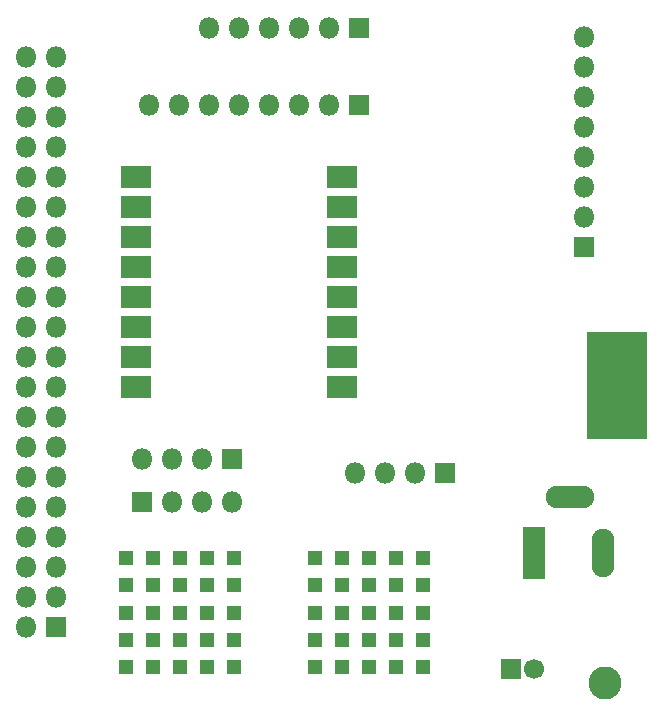
<source format=gbr>
%TF.GenerationSoftware,KiCad,Pcbnew,5.1.6-1.fc32*%
%TF.CreationDate,2020-08-31T12:32:43+02:00*%
%TF.ProjectId,pi-lora-board,70692d6c-6f72-4612-9d62-6f6172642e6b,rev?*%
%TF.SameCoordinates,Original*%
%TF.FileFunction,Soldermask,Top*%
%TF.FilePolarity,Negative*%
%FSLAX46Y46*%
G04 Gerber Fmt 4.6, Leading zero omitted, Abs format (unit mm)*
G04 Created by KiCad (PCBNEW 5.1.6-1.fc32) date 2020-08-31 12:32:43*
%MOMM*%
%LPD*%
G01*
G04 APERTURE LIST*
%ADD10O,1.800000X1.800000*%
%ADD11R,1.800000X1.800000*%
%ADD12R,1.900000X4.500000*%
%ADD13O,1.900000X4.100000*%
%ADD14O,4.100000X1.900000*%
%ADD15R,2.600000X1.880000*%
%ADD16R,5.100000X3.100000*%
%ADD17R,5.100000X2.600000*%
%ADD18C,2.800000*%
%ADD19R,1.700000X1.700000*%
%ADD20C,1.700000*%
%ADD21R,1.160000X1.160000*%
G04 APERTURE END LIST*
D10*
%TO.C,J9*%
X76420000Y-108600000D03*
X73880000Y-108600000D03*
X71340000Y-108600000D03*
D11*
X68800000Y-108600000D03*
%TD*%
D10*
%TO.C,J8*%
X69420000Y-75000000D03*
X71960000Y-75000000D03*
X74500000Y-75000000D03*
X77040000Y-75000000D03*
X79580000Y-75000000D03*
X82120000Y-75000000D03*
X84660000Y-75000000D03*
D11*
X87200000Y-75000000D03*
%TD*%
D10*
%TO.C,J7*%
X68780000Y-105000000D03*
X71320000Y-105000000D03*
X73860000Y-105000000D03*
D11*
X76400000Y-105000000D03*
%TD*%
D10*
%TO.C,J6*%
X106200000Y-69240000D03*
X106200000Y-71780000D03*
X106200000Y-74320000D03*
X106200000Y-76860000D03*
X106200000Y-79400000D03*
X106200000Y-81940000D03*
X106200000Y-84480000D03*
D11*
X106200000Y-87020000D03*
%TD*%
D10*
%TO.C,J5*%
X74500000Y-68500000D03*
X77040000Y-68500000D03*
X79580000Y-68500000D03*
X82120000Y-68500000D03*
X84660000Y-68500000D03*
D11*
X87200000Y-68500000D03*
%TD*%
D10*
%TO.C,J4*%
X86800000Y-106200000D03*
X89340000Y-106200000D03*
X91880000Y-106200000D03*
D11*
X94420000Y-106200000D03*
%TD*%
D12*
%TO.C,J1*%
X102000000Y-113000000D03*
D13*
X107800000Y-113000000D03*
D14*
X105000000Y-108200000D03*
%TD*%
D15*
%TO.C,U3*%
X68275000Y-98890000D03*
X85725000Y-98890000D03*
X68275000Y-96350000D03*
X85725000Y-96350000D03*
X68275000Y-93810000D03*
X85725000Y-93810000D03*
X68275000Y-91270000D03*
X85725000Y-91270000D03*
X68275000Y-88730000D03*
X85725000Y-88730000D03*
X68275000Y-86190000D03*
X85725000Y-86190000D03*
X68275000Y-83650000D03*
X85725000Y-83650000D03*
X68275000Y-81110000D03*
X85725000Y-81110000D03*
%TD*%
D16*
%TO.C,J3*%
X109000000Y-101750000D03*
X109000000Y-95750000D03*
D17*
X109000000Y-101750000D03*
X109000000Y-95750000D03*
D16*
X109000000Y-98750000D03*
%TD*%
D18*
%TO.C,REF\u002A\u002A*%
X108000000Y-124000000D03*
%TD*%
D19*
%TO.C,C1*%
X100000000Y-122750000D03*
D20*
X102000000Y-122750000D03*
%TD*%
D11*
%TO.C,J2*%
X61540000Y-119240000D03*
D10*
X59000000Y-119240000D03*
X61540000Y-116700000D03*
X59000000Y-116700000D03*
X61540000Y-114160000D03*
X59000000Y-114160000D03*
X61540000Y-111620000D03*
X59000000Y-111620000D03*
X61540000Y-109080000D03*
X59000000Y-109080000D03*
X61540000Y-106540000D03*
X59000000Y-106540000D03*
X61540000Y-104000000D03*
X59000000Y-104000000D03*
X61540000Y-101460000D03*
X59000000Y-101460000D03*
X61540000Y-98920000D03*
X59000000Y-98920000D03*
X61540000Y-96380000D03*
X59000000Y-96380000D03*
X61540000Y-93840000D03*
X59000000Y-93840000D03*
X61540000Y-91300000D03*
X59000000Y-91300000D03*
X61540000Y-88760000D03*
X59000000Y-88760000D03*
X61540000Y-86220000D03*
X59000000Y-86220000D03*
X61540000Y-83680000D03*
X59000000Y-83680000D03*
X61540000Y-81140000D03*
X59000000Y-81140000D03*
X61540000Y-78600000D03*
X59000000Y-78600000D03*
X61540000Y-76060000D03*
X59000000Y-76060000D03*
X61540000Y-73520000D03*
X59000000Y-73520000D03*
X61540000Y-70980000D03*
X59000000Y-70980000D03*
%TD*%
D21*
%TO.C,U1*%
X92580000Y-113420000D03*
X90290000Y-113420000D03*
X88000000Y-113420000D03*
X85710000Y-113420000D03*
X83420000Y-113420000D03*
X92580000Y-115710000D03*
X90290000Y-115710000D03*
X88000000Y-115710000D03*
X85710000Y-115710000D03*
X83420000Y-115710000D03*
X92580000Y-118000000D03*
X90290000Y-118000000D03*
X88000000Y-118000000D03*
X85710000Y-118000000D03*
X83420000Y-118000000D03*
X92580000Y-120290000D03*
X90290000Y-120290000D03*
X88000000Y-120290000D03*
X85710000Y-120290000D03*
X83420000Y-120290000D03*
X92580000Y-122580000D03*
X90290000Y-122580000D03*
X88000000Y-122580000D03*
X85710000Y-122580000D03*
X83420000Y-122580000D03*
%TD*%
%TO.C,U2*%
X76580000Y-122580000D03*
X76580000Y-120290000D03*
X76580000Y-118000000D03*
X76580000Y-115710000D03*
X76580000Y-113420000D03*
X74290000Y-122580000D03*
X74290000Y-120290000D03*
X74290000Y-118000000D03*
X74290000Y-115710000D03*
X74290000Y-113420000D03*
X72000000Y-122580000D03*
X72000000Y-120290000D03*
X72000000Y-118000000D03*
X72000000Y-115710000D03*
X72000000Y-113420000D03*
X69710000Y-122580000D03*
X69710000Y-120290000D03*
X69710000Y-118000000D03*
X69710000Y-115710000D03*
X69710000Y-113420000D03*
X67420000Y-122580000D03*
X67420000Y-120290000D03*
X67420000Y-118000000D03*
X67420000Y-115710000D03*
X67420000Y-113420000D03*
%TD*%
M02*

</source>
